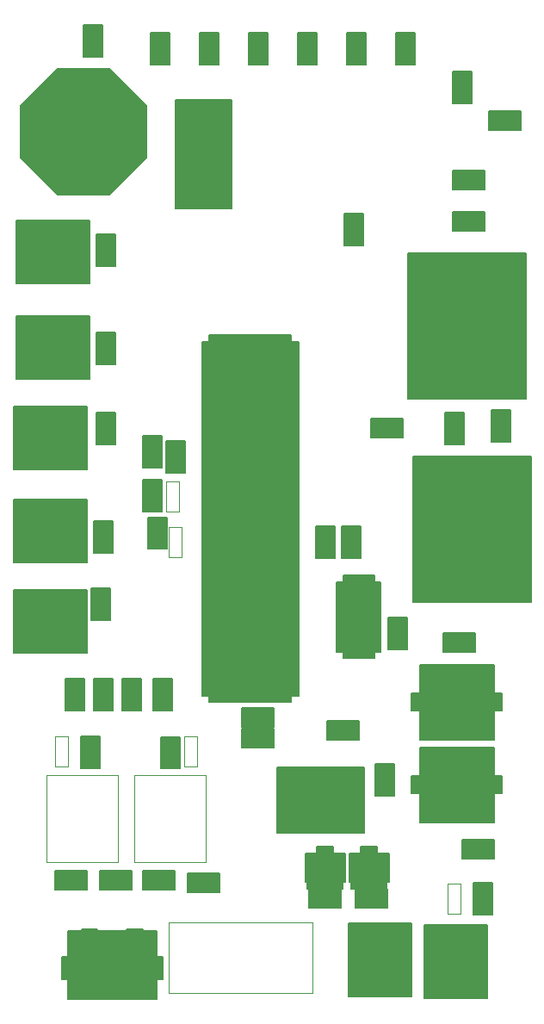
<source format=gbr>
%TF.GenerationSoftware,Altium Limited,Altium Designer,24.10.1 (45)*%
G04 Layer_Color=32768*
%FSLAX25Y25*%
%MOIN*%
%TF.SameCoordinates,405BA738-95C1-4717-9A2A-605BB7F835F8*%
%TF.FilePolarity,Positive*%
%TF.FileFunction,Other,Mechanical_15*%
%TF.Part,Single*%
G01*
G75*
%TA.AperFunction,NonConductor*%
%ADD43C,0.00600*%
%ADD67C,0.00100*%
%ADD68C,0.00197*%
G36*
X136650Y463850D02*
X129350D01*
Y476150D01*
X136650D01*
Y463850D01*
D02*
G37*
G36*
X257650Y460850D02*
X250350D01*
Y473150D01*
X257650D01*
Y460850D01*
D02*
G37*
G36*
X238650D02*
X231350D01*
Y473150D01*
X238650D01*
Y460850D01*
D02*
G37*
G36*
X219650D02*
X212350D01*
Y473150D01*
X219650D01*
Y460850D01*
D02*
G37*
G36*
X200650D02*
X193350D01*
Y473150D01*
X200650D01*
Y460850D01*
D02*
G37*
G36*
X181650D02*
X174350D01*
Y473150D01*
X181650D01*
Y460850D01*
D02*
G37*
G36*
X162650D02*
X155350D01*
Y473150D01*
X162650D01*
Y460850D01*
D02*
G37*
G36*
X279650Y445850D02*
X272350D01*
Y458150D01*
X279650D01*
Y445850D01*
D02*
G37*
G36*
X298700Y435350D02*
X286400D01*
Y442650D01*
X298700D01*
Y435350D01*
D02*
G37*
G36*
X284700Y412350D02*
X272400D01*
Y419650D01*
X284700D01*
Y412350D01*
D02*
G37*
G36*
X153805Y445129D02*
Y424871D01*
X139334Y410400D01*
X119075D01*
X104605Y424871D01*
Y445129D01*
X119075Y459600D01*
X139334D01*
X153805Y445129D01*
D02*
G37*
G36*
X186961Y405000D02*
X165039D01*
Y447000D01*
X186961D01*
Y405000D01*
D02*
G37*
G36*
X284600Y396350D02*
X272300D01*
Y403650D01*
X284600D01*
Y396350D01*
D02*
G37*
G36*
X237650Y390850D02*
X230350D01*
Y403150D01*
X237650D01*
Y390850D01*
D02*
G37*
G36*
X141650Y382850D02*
X134350D01*
Y395150D01*
X141650D01*
Y382850D01*
D02*
G37*
G36*
X131817Y376194D02*
X103417D01*
Y400594D01*
X131817D01*
Y376194D01*
D02*
G37*
G36*
X141650Y344850D02*
X134350D01*
Y357150D01*
X141650D01*
Y344850D01*
D02*
G37*
G36*
X131817Y339194D02*
X103417D01*
Y363594D01*
X131817D01*
Y339194D01*
D02*
G37*
G36*
X300626Y331385D02*
X255126D01*
Y387685D01*
X300626D01*
Y331385D01*
D02*
G37*
G36*
X253150Y316350D02*
X240850D01*
Y323650D01*
X253150D01*
Y316350D01*
D02*
G37*
G36*
X294650Y314850D02*
X287350D01*
Y327150D01*
X294650D01*
Y314850D01*
D02*
G37*
G36*
X276650Y313850D02*
X269350D01*
Y326150D01*
X276650D01*
Y313850D01*
D02*
G37*
G36*
X141650D02*
X134350D01*
Y326150D01*
X141650D01*
Y313850D01*
D02*
G37*
G36*
X159650Y304850D02*
X152350D01*
Y317150D01*
X159650D01*
Y304850D01*
D02*
G37*
G36*
X130817Y304194D02*
X102417D01*
Y328594D01*
X130817D01*
Y304194D01*
D02*
G37*
G36*
X168650Y302850D02*
X161350D01*
Y315150D01*
X168650D01*
Y302850D01*
D02*
G37*
G36*
X159650Y287850D02*
X152350D01*
Y300150D01*
X159650D01*
Y287850D01*
D02*
G37*
G36*
X161650Y273300D02*
X154350D01*
Y285600D01*
X161650D01*
Y273300D01*
D02*
G37*
G36*
X140650Y271850D02*
X133350D01*
Y284150D01*
X140650D01*
Y271850D01*
D02*
G37*
G36*
X236650Y269850D02*
X229350D01*
Y282150D01*
X236650D01*
Y269850D01*
D02*
G37*
G36*
X226650D02*
X219350D01*
Y282150D01*
X226650D01*
Y269850D01*
D02*
G37*
G36*
X130817Y268194D02*
X102417D01*
Y292594D01*
X130817D01*
Y268194D01*
D02*
G37*
G36*
X302626Y252850D02*
X257126D01*
Y309150D01*
X302626D01*
Y252850D01*
D02*
G37*
G36*
X139650Y245850D02*
X132350D01*
Y258150D01*
X139650D01*
Y245850D01*
D02*
G37*
G36*
X254650Y234400D02*
X247350D01*
Y246700D01*
X254650D01*
Y234400D01*
D02*
G37*
G36*
X281150Y233350D02*
X268850D01*
Y240650D01*
X281150D01*
Y233350D01*
D02*
G37*
G36*
X130817Y233194D02*
X102417D01*
Y257594D01*
X130817D01*
Y233194D01*
D02*
G37*
G36*
X242000Y260500D02*
X244500D01*
Y233500D01*
X242000D01*
Y231000D01*
X230000D01*
Y233500D01*
X227500D01*
Y260500D01*
X230000D01*
Y263000D01*
X242000D01*
Y260500D01*
D02*
G37*
G36*
X209750Y353600D02*
X212600D01*
Y216400D01*
X209750D01*
Y214000D01*
X178250D01*
Y216400D01*
X175400D01*
Y353600D01*
X178250D01*
Y356000D01*
X209750D01*
Y353600D01*
D02*
G37*
G36*
X163650Y210850D02*
X156350D01*
Y223150D01*
X163650D01*
Y210850D01*
D02*
G37*
G36*
X151650D02*
X144350D01*
Y223150D01*
X151650D01*
Y210850D01*
D02*
G37*
G36*
X140650D02*
X133350D01*
Y223150D01*
X140650D01*
Y210850D01*
D02*
G37*
G36*
X129650D02*
X122350D01*
Y223150D01*
X129650D01*
Y210850D01*
D02*
G37*
G36*
X203150Y204350D02*
X190850D01*
Y211650D01*
X203150D01*
Y204350D01*
D02*
G37*
G36*
X288400Y217350D02*
X291550D01*
Y210650D01*
X288400D01*
Y199600D01*
X259600D01*
Y210650D01*
X256450D01*
Y217350D01*
X259600D01*
Y228400D01*
X288400D01*
Y217350D01*
D02*
G37*
G36*
X236150Y199350D02*
X223850D01*
Y206650D01*
X236150D01*
Y199350D01*
D02*
G37*
G36*
X203150Y196350D02*
X190850D01*
Y203650D01*
X203150D01*
Y196350D01*
D02*
G37*
G36*
X135650Y188400D02*
X128350D01*
Y200700D01*
X135650D01*
Y188400D01*
D02*
G37*
G36*
X166650Y188300D02*
X159350D01*
Y200600D01*
X166650D01*
Y188300D01*
D02*
G37*
G36*
X249650Y177850D02*
X242350D01*
Y190150D01*
X249650D01*
Y177850D01*
D02*
G37*
G36*
X288400Y185350D02*
X291550D01*
Y178650D01*
X288400D01*
Y167600D01*
X259600D01*
Y178650D01*
X256450D01*
Y185350D01*
X259600D01*
Y196400D01*
X288400D01*
Y185350D01*
D02*
G37*
G36*
X234000Y188900D02*
X237950D01*
Y163300D01*
X234000D01*
X234005Y163342D01*
X208409D01*
Y163300D01*
X204459D01*
Y188900D01*
X208409D01*
Y188942D01*
X234005D01*
X234000Y188900D01*
D02*
G37*
G36*
X288400Y153350D02*
X276100D01*
Y160650D01*
X288400D01*
Y153350D01*
D02*
G37*
G36*
X243000Y155550D02*
X247700D01*
Y144450D01*
X246740D01*
Y141900D01*
X233260D01*
Y144450D01*
X232300D01*
Y155550D01*
X237000D01*
Y158100D01*
X243000D01*
Y155550D01*
D02*
G37*
G36*
X226000D02*
X230700D01*
Y144450D01*
X229740D01*
Y141900D01*
X216260D01*
Y144450D01*
X215300D01*
Y155550D01*
X220000D01*
Y158100D01*
X226000D01*
Y155550D01*
D02*
G37*
G36*
X164700Y141350D02*
X152400D01*
Y148650D01*
X164700D01*
Y141350D01*
D02*
G37*
G36*
X148150D02*
X135850D01*
Y148650D01*
X148150D01*
Y141350D01*
D02*
G37*
G36*
X130600D02*
X118300D01*
Y148650D01*
X130600D01*
Y141350D01*
D02*
G37*
G36*
X182150Y140350D02*
X169850D01*
Y147650D01*
X182150D01*
Y140350D01*
D02*
G37*
G36*
X247150Y134350D02*
X234850D01*
Y141650D01*
X247150D01*
Y134350D01*
D02*
G37*
G36*
X229150D02*
X216850D01*
Y141650D01*
X229150D01*
Y134350D01*
D02*
G37*
G36*
X287650Y131850D02*
X280350D01*
Y144150D01*
X287650D01*
Y131850D01*
D02*
G37*
G36*
X152423Y125386D02*
X157713D01*
Y115350D01*
X160000D01*
Y106650D01*
X157713D01*
Y99186D01*
X123413D01*
Y106650D01*
X121126D01*
Y115350D01*
X123413D01*
Y125386D01*
X128703D01*
Y126261D01*
X134903D01*
Y125386D01*
X146223D01*
Y126261D01*
X152423D01*
Y125386D01*
D02*
G37*
G36*
X256594Y100183D02*
X232194D01*
Y128583D01*
X256594D01*
Y100183D01*
D02*
G37*
G36*
X285806Y99417D02*
X261406D01*
Y127817D01*
X285806D01*
Y99417D01*
D02*
G37*
D43*
X165000Y405000D02*
X186921D01*
Y447000D01*
X165000D02*
X186921D01*
X165000Y405000D02*
Y447000D01*
X272350Y445850D02*
X279650D01*
X272350D02*
Y458150D01*
X279650D01*
Y445850D02*
Y458150D01*
X298700Y435350D02*
Y442650D01*
X286400Y435350D02*
X298700D01*
X286400D02*
Y442650D01*
X298700D01*
X288400Y153350D02*
Y160650D01*
X276100Y153350D02*
X288400D01*
X276100D02*
Y160650D01*
X288400D01*
X152423Y125386D02*
X157713D01*
X152423D02*
Y126261D01*
X146223D02*
X152423D01*
X146223Y125386D02*
Y126261D01*
X134903Y125386D02*
X146223D01*
X134903D02*
Y126261D01*
X128703D02*
X134903D01*
X128703Y125386D02*
Y126261D01*
X123413Y125386D02*
X128703D01*
X123413Y115350D02*
Y125386D01*
X121126Y115350D02*
X123413D01*
X121126Y106650D02*
Y115350D01*
Y106650D02*
X123413D01*
Y99186D02*
Y106650D01*
Y99186D02*
X157713D01*
Y106650D01*
X160000D01*
Y115350D01*
X157713D02*
X160000D01*
X157713D02*
Y125386D01*
X249650Y177850D02*
Y190150D01*
X242350D02*
X249650D01*
X242350Y177850D02*
Y190150D01*
Y177850D02*
X249650D01*
X190850Y204350D02*
X203150D01*
Y211650D01*
X190850D02*
X203150D01*
X190850Y204350D02*
Y211650D01*
X140650Y271850D02*
Y284150D01*
X133350D02*
X140650D01*
X133350Y271850D02*
Y284150D01*
Y271850D02*
X140650D01*
X287650Y131850D02*
Y144150D01*
X280350D02*
X287650D01*
X280350Y131850D02*
Y144150D01*
Y131850D02*
X287650D01*
X268850Y240650D02*
X281150D01*
X268850Y233350D02*
Y240650D01*
Y233350D02*
X281150D01*
Y240650D01*
X259600Y228400D02*
X288400D01*
X259600Y217350D02*
Y228400D01*
Y199600D02*
Y210650D01*
Y199600D02*
X288400D01*
Y210650D01*
Y217350D02*
Y228400D01*
Y217350D02*
X291550D01*
X256450D02*
X259600D01*
X256450Y210650D02*
Y217350D01*
Y210650D02*
X259600D01*
X288400D02*
X291550D01*
Y217350D01*
X259600Y196400D02*
X288400D01*
X259600Y185350D02*
Y196400D01*
Y167600D02*
Y178650D01*
Y167600D02*
X288400D01*
Y178650D01*
Y185350D02*
Y196400D01*
Y185350D02*
X291550D01*
X256450D02*
X259600D01*
X256450Y178650D02*
Y185350D01*
Y178650D02*
X259600D01*
X288400D02*
X291550D01*
Y185350D01*
X237650Y390850D02*
Y403150D01*
X230350D02*
X237650D01*
X230350Y390850D02*
Y403150D01*
Y390850D02*
X237650D01*
X240850Y323650D02*
X253150D01*
X240850Y316350D02*
Y323650D01*
Y316350D02*
X253150D01*
Y323650D01*
X155350Y460850D02*
Y473150D01*
Y460850D02*
X162650D01*
Y473150D01*
X155350D02*
X162650D01*
X181650Y460850D02*
Y473150D01*
X174350D02*
X181650D01*
X174350Y460850D02*
Y473150D01*
Y460850D02*
X181650D01*
X219650D02*
Y473150D01*
X212350D02*
X219650D01*
X212350Y460850D02*
Y473150D01*
Y460850D02*
X219650D01*
X129350Y463850D02*
Y476150D01*
Y463850D02*
X136650D01*
Y476150D01*
X129350D02*
X136650D01*
X200650Y460850D02*
Y473150D01*
X193350D02*
X200650D01*
X193350Y460850D02*
Y473150D01*
Y460850D02*
X200650D01*
X255126Y331385D02*
Y387685D01*
X300626D01*
Y331385D02*
Y387685D01*
X255126Y331385D02*
X300626D01*
X238650Y460850D02*
Y473150D01*
X231350D02*
X238650D01*
X231350Y460850D02*
Y473150D01*
Y460850D02*
X238650D01*
X257650D02*
Y473150D01*
X250350D02*
X257650D01*
X250350Y460850D02*
Y473150D01*
Y460850D02*
X257650D01*
X229350Y269850D02*
Y282150D01*
Y269850D02*
X236650D01*
Y282150D01*
X229350D02*
X236650D01*
X242000Y231000D02*
Y233500D01*
X244500D01*
Y260500D01*
X242000D02*
X244500D01*
X242000D02*
Y263000D01*
X230000D02*
X242000D01*
X230000Y260500D02*
Y263000D01*
X227500Y260500D02*
X230000D01*
X227500Y233500D02*
Y260500D01*
Y233500D02*
X230000D01*
Y231000D02*
Y233500D01*
Y231000D02*
X242000D01*
X161350Y302850D02*
Y315150D01*
Y302850D02*
X168650D01*
Y315150D01*
X161350D02*
X168650D01*
X152350Y304850D02*
Y317150D01*
Y304850D02*
X159650D01*
Y317150D01*
X152350D02*
X159650D01*
X139650Y245850D02*
Y258150D01*
X132350D02*
X139650D01*
X132350Y245850D02*
Y258150D01*
Y245850D02*
X139650D01*
X141650Y313850D02*
Y326150D01*
X134350D02*
X141650D01*
X134350Y313850D02*
Y326150D01*
Y313850D02*
X141650D01*
X159650Y287850D02*
Y300150D01*
X152350D02*
X159650D01*
X152350Y287850D02*
Y300150D01*
Y287850D02*
X159650D01*
X154350Y273300D02*
Y285600D01*
Y273300D02*
X161650D01*
Y285600D01*
X154350D02*
X161650D01*
X141650Y344850D02*
Y357150D01*
X134350D02*
X141650D01*
X134350Y344850D02*
Y357150D01*
Y344850D02*
X141650D01*
X103417Y339194D02*
Y363594D01*
X131817D01*
Y339194D02*
Y363594D01*
X103417Y339194D02*
X131817D01*
X151650Y210850D02*
Y223150D01*
X144350D02*
X151650D01*
X144350Y210850D02*
Y223150D01*
Y210850D02*
X151650D01*
X156350D02*
Y223150D01*
Y210850D02*
X163650D01*
Y223150D01*
X156350D02*
X163650D01*
X140650Y210850D02*
Y223150D01*
X133350D02*
X140650D01*
X133350Y210850D02*
Y223150D01*
Y210850D02*
X140650D01*
X129650D02*
Y223150D01*
X122350D02*
X129650D01*
X122350Y210850D02*
Y223150D01*
Y210850D02*
X129650D01*
X102417Y304194D02*
Y328594D01*
X130817D01*
Y304194D02*
Y328594D01*
X102417Y304194D02*
X130817D01*
X294650Y314850D02*
Y327150D01*
X287350D02*
X294650D01*
X287350Y314850D02*
Y327150D01*
Y314850D02*
X294650D01*
X276650Y313850D02*
Y326150D01*
X269350D02*
X276650D01*
X269350Y313850D02*
Y326150D01*
Y313850D02*
X276650D01*
X237950Y163300D02*
Y188900D01*
X204459D02*
X237950D01*
X204459Y163300D02*
X237950D01*
X204459D02*
Y188900D01*
X190850Y203650D02*
X203150D01*
X190850Y196350D02*
Y203650D01*
Y196350D02*
X203150D01*
Y203650D01*
X135650Y188400D02*
Y200700D01*
X128350D02*
X135650D01*
X128350Y188400D02*
Y200700D01*
Y188400D02*
X135650D01*
X216160Y141900D02*
X229840D01*
X216160D02*
Y144450D01*
X229840Y141900D02*
Y144450D01*
X215300D02*
X216160D01*
X229840D02*
X230700D01*
Y155550D01*
X226100D02*
X230700D01*
X226100D02*
Y158100D01*
X219900D02*
X226100D01*
X219900Y155550D02*
Y158100D01*
X215300Y155550D02*
X219900D01*
X215300Y144450D02*
Y155550D01*
X233160Y141900D02*
X246840D01*
X233160D02*
Y144450D01*
X246840Y141900D02*
Y144450D01*
X232300D02*
X233160D01*
X246840D02*
X247700D01*
Y155550D01*
X243100D02*
X247700D01*
X243100D02*
Y158100D01*
X236900D02*
X243100D01*
X236900Y155550D02*
Y158100D01*
X232300Y155550D02*
X236900D01*
X232300Y144450D02*
Y155550D01*
X272300Y403650D02*
X284600D01*
X272300Y396350D02*
Y403650D01*
Y396350D02*
X284600D01*
Y403650D01*
X272400Y412350D02*
X284700D01*
Y419650D01*
X272400D02*
X284700D01*
X272400Y412350D02*
Y419650D01*
X257126Y252850D02*
Y309150D01*
X302626D01*
Y252850D02*
Y309150D01*
X257126Y252850D02*
X302626D01*
X254650Y234400D02*
Y246700D01*
X247350D02*
X254650D01*
X247350Y234400D02*
Y246700D01*
Y234400D02*
X254650D01*
X219350Y269850D02*
Y282150D01*
Y269850D02*
X226650D01*
Y282150D01*
X219350D02*
X226650D01*
X261406Y99417D02*
X285806D01*
X261406D02*
Y127817D01*
X285806D01*
Y99417D02*
Y127817D01*
X232194Y128583D02*
X256594D01*
Y100183D02*
Y128583D01*
X232194Y100183D02*
X256594D01*
X232194D02*
Y128583D01*
X102417Y233194D02*
Y257594D01*
X130817D01*
Y233194D02*
Y257594D01*
X102417Y233194D02*
X130817D01*
X102417Y268194D02*
Y292594D01*
X130817D01*
Y268194D02*
Y292594D01*
X102417Y268194D02*
X130817D01*
X234850Y141650D02*
X247150D01*
X234850Y134350D02*
Y141650D01*
Y134350D02*
X247150D01*
Y141650D01*
X216850D02*
X229150D01*
X216850Y134350D02*
Y141650D01*
Y134350D02*
X229150D01*
Y141650D01*
X135850Y148650D02*
X148150D01*
X135850Y141350D02*
Y148650D01*
Y141350D02*
X148150D01*
Y148650D01*
X169850Y147650D02*
X182150D01*
X169850Y140350D02*
Y147650D01*
Y140350D02*
X182150D01*
Y147650D01*
X166650Y188300D02*
Y200600D01*
X159350D02*
X166650D01*
X159350Y188300D02*
Y200600D01*
Y188300D02*
X166650D01*
X152400Y141350D02*
X164700D01*
Y148650D01*
X152400D02*
X164700D01*
X152400Y141350D02*
Y148650D01*
X118300Y141350D02*
X130600D01*
Y148650D01*
X118300D02*
X130600D01*
X118300Y141350D02*
Y148650D01*
X103417Y376194D02*
Y400594D01*
X131817D01*
Y376194D02*
Y400594D01*
X103417Y376194D02*
X131817D01*
X175400Y216400D02*
Y353600D01*
X178250D01*
X209750D02*
X212600D01*
Y216400D02*
Y353600D01*
X209750Y216400D02*
X212600D01*
X175400D02*
X178250D01*
Y214000D02*
Y216400D01*
Y353600D02*
Y356000D01*
X209750D01*
Y353600D02*
Y356000D01*
Y214000D02*
Y216400D01*
X178250Y214000D02*
X209750D01*
X223850Y206650D02*
X236150D01*
X223850Y199350D02*
Y206650D01*
Y199350D02*
X236150D01*
Y206650D01*
X141650Y382850D02*
Y395150D01*
X134350D02*
X141650D01*
X134350Y382850D02*
Y395150D01*
Y382850D02*
X141650D01*
D67*
X119075Y410400D02*
X139334D01*
X104605Y424871D02*
X119075Y410400D01*
X104605Y424871D02*
Y445129D01*
X119075Y459600D01*
X139334D01*
X153805Y445129D01*
Y424871D02*
Y445129D01*
X139334Y410400D02*
X153805Y424871D01*
D68*
X161441Y287943D02*
Y299557D01*
Y287943D02*
X166559D01*
Y299557D01*
X161441D02*
X166559D01*
X270441Y132193D02*
Y143807D01*
Y132193D02*
X275559D01*
Y143807D01*
X270441D02*
X275559D01*
X149221Y152248D02*
X176779D01*
Y185752D01*
X149221D02*
X176779D01*
X149221Y152248D02*
Y185752D01*
X167559Y270193D02*
Y281807D01*
X162441D02*
X167559D01*
X162441Y270193D02*
Y281807D01*
Y270193D02*
X167559D01*
X168441Y189193D02*
Y200807D01*
Y189193D02*
X173559D01*
Y200807D01*
X168441D02*
X173559D01*
X115165Y152118D02*
X142724D01*
Y185622D01*
X115165D02*
X142724D01*
X115165Y152118D02*
Y185622D01*
X162496Y101284D02*
Y128842D01*
Y101284D02*
X218008D01*
Y128842D01*
X162496D02*
X218008D01*
X118441Y189193D02*
Y200807D01*
Y189193D02*
X123559D01*
Y200807D01*
X118441D02*
X123559D01*
%TF.MD5,480b276b2d243c334f00740ba648879f*%
M02*

</source>
